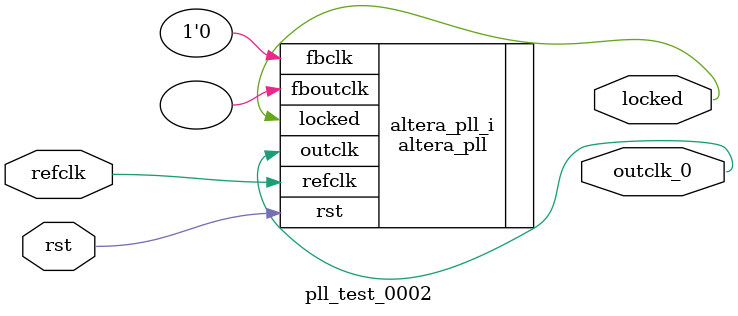
<source format=v>
`timescale 1ns/10ps
module  pll_test_0002(

  // interface 'refclk'
  input wire refclk,

  // interface 'reset'
  input wire rst,

  // interface 'outclk0'
  output wire outclk_0,

  // interface 'locked'
  output wire locked
);

  altera_pll #(
    .fractional_vco_multiplier("true"),
    .reference_clock_frequency("50.0 MHz"),
    .pll_fractional_cout(32),
    .pll_dsm_out_sel("1st_order"),
    .operation_mode("direct"),
    .number_of_clocks(1),
    .output_clock_frequency0("148.499999 MHz"),
    .phase_shift0("0 ps"),
    .duty_cycle0(50),
    .output_clock_frequency1("0 MHz"),
    .phase_shift1("0 ps"),
    .duty_cycle1(50),
    .output_clock_frequency2("0 MHz"),
    .phase_shift2("0 ps"),
    .duty_cycle2(50),
    .output_clock_frequency3("0 MHz"),
    .phase_shift3("0 ps"),
    .duty_cycle3(50),
    .output_clock_frequency4("0 MHz"),
    .phase_shift4("0 ps"),
    .duty_cycle4(50),
    .output_clock_frequency5("0 MHz"),
    .phase_shift5("0 ps"),
    .duty_cycle5(50),
    .output_clock_frequency6("0 MHz"),
    .phase_shift6("0 ps"),
    .duty_cycle6(50),
    .output_clock_frequency7("0 MHz"),
    .phase_shift7("0 ps"),
    .duty_cycle7(50),
    .output_clock_frequency8("0 MHz"),
    .phase_shift8("0 ps"),
    .duty_cycle8(50),
    .output_clock_frequency9("0 MHz"),
    .phase_shift9("0 ps"),
    .duty_cycle9(50),
    .output_clock_frequency10("0 MHz"),
    .phase_shift10("0 ps"),
    .duty_cycle10(50),
    .output_clock_frequency11("0 MHz"),
    .phase_shift11("0 ps"),
    .duty_cycle11(50),
    .output_clock_frequency12("0 MHz"),
    .phase_shift12("0 ps"),
    .duty_cycle12(50),
    .output_clock_frequency13("0 MHz"),
    .phase_shift13("0 ps"),
    .duty_cycle13(50),
    .output_clock_frequency14("0 MHz"),
    .phase_shift14("0 ps"),
    .duty_cycle14(50),
    .output_clock_frequency15("0 MHz"),
    .phase_shift15("0 ps"),
    .duty_cycle15(50),
    .output_clock_frequency16("0 MHz"),
    .phase_shift16("0 ps"),
    .duty_cycle16(50),
    .output_clock_frequency17("0 MHz"),
    .phase_shift17("0 ps"),
    .duty_cycle17(50),
    .pll_type("Cyclone V"),
    .pll_subtype("General"),
    .m_cnt_hi_div(4),
    .m_cnt_lo_div(4),
    .n_cnt_hi_div(256),
    .n_cnt_lo_div(256),
    .m_cnt_bypass_en("false"),
    .n_cnt_bypass_en("true"),
    .m_cnt_odd_div_duty_en("false"),
    .n_cnt_odd_div_duty_en("false"),
    .c_cnt_hi_div0(2),
    .c_cnt_lo_div0(1),
    .c_cnt_prst0(1),
    .c_cnt_ph_mux_prst0(0),
    .c_cnt_in_src0("ph_mux_clk"),
    .c_cnt_bypass_en0("false"),
    .c_cnt_odd_div_duty_en0("true"),
    .c_cnt_hi_div1(1),
    .c_cnt_lo_div1(1),
    .c_cnt_prst1(1),
    .c_cnt_ph_mux_prst1(0),
    .c_cnt_in_src1("ph_mux_clk"),
    .c_cnt_bypass_en1("true"),
    .c_cnt_odd_div_duty_en1("false"),
    .c_cnt_hi_div2(1),
    .c_cnt_lo_div2(1),
    .c_cnt_prst2(1),
    .c_cnt_ph_mux_prst2(0),
    .c_cnt_in_src2("ph_mux_clk"),
    .c_cnt_bypass_en2("true"),
    .c_cnt_odd_div_duty_en2("false"),
    .c_cnt_hi_div3(1),
    .c_cnt_lo_div3(1),
    .c_cnt_prst3(1),
    .c_cnt_ph_mux_prst3(0),
    .c_cnt_in_src3("ph_mux_clk"),
    .c_cnt_bypass_en3("true"),
    .c_cnt_odd_div_duty_en3("false"),
    .c_cnt_hi_div4(1),
    .c_cnt_lo_div4(1),
    .c_cnt_prst4(1),
    .c_cnt_ph_mux_prst4(0),
    .c_cnt_in_src4("ph_mux_clk"),
    .c_cnt_bypass_en4("true"),
    .c_cnt_odd_div_duty_en4("false"),
    .c_cnt_hi_div5(1),
    .c_cnt_lo_div5(1),
    .c_cnt_prst5(1),
    .c_cnt_ph_mux_prst5(0),
    .c_cnt_in_src5("ph_mux_clk"),
    .c_cnt_bypass_en5("true"),
    .c_cnt_odd_div_duty_en5("false"),
    .c_cnt_hi_div6(1),
    .c_cnt_lo_div6(1),
    .c_cnt_prst6(1),
    .c_cnt_ph_mux_prst6(0),
    .c_cnt_in_src6("ph_mux_clk"),
    .c_cnt_bypass_en6("true"),
    .c_cnt_odd_div_duty_en6("false"),
    .c_cnt_hi_div7(1),
    .c_cnt_lo_div7(1),
    .c_cnt_prst7(1),
    .c_cnt_ph_mux_prst7(0),
    .c_cnt_in_src7("ph_mux_clk"),
    .c_cnt_bypass_en7("true"),
    .c_cnt_odd_div_duty_en7("false"),
    .c_cnt_hi_div8(1),
    .c_cnt_lo_div8(1),
    .c_cnt_prst8(1),
    .c_cnt_ph_mux_prst8(0),
    .c_cnt_in_src8("ph_mux_clk"),
    .c_cnt_bypass_en8("true"),
    .c_cnt_odd_div_duty_en8("false"),
    .c_cnt_hi_div9(1),
    .c_cnt_lo_div9(1),
    .c_cnt_prst9(1),
    .c_cnt_ph_mux_prst9(0),
    .c_cnt_in_src9("ph_mux_clk"),
    .c_cnt_bypass_en9("true"),
    .c_cnt_odd_div_duty_en9("false"),
    .c_cnt_hi_div10(1),
    .c_cnt_lo_div10(1),
    .c_cnt_prst10(1),
    .c_cnt_ph_mux_prst10(0),
    .c_cnt_in_src10("ph_mux_clk"),
    .c_cnt_bypass_en10("true"),
    .c_cnt_odd_div_duty_en10("false"),
    .c_cnt_hi_div11(1),
    .c_cnt_lo_div11(1),
    .c_cnt_prst11(1),
    .c_cnt_ph_mux_prst11(0),
    .c_cnt_in_src11("ph_mux_clk"),
    .c_cnt_bypass_en11("true"),
    .c_cnt_odd_div_duty_en11("false"),
    .c_cnt_hi_div12(1),
    .c_cnt_lo_div12(1),
    .c_cnt_prst12(1),
    .c_cnt_ph_mux_prst12(0),
    .c_cnt_in_src12("ph_mux_clk"),
    .c_cnt_bypass_en12("true"),
    .c_cnt_odd_div_duty_en12("false"),
    .c_cnt_hi_div13(1),
    .c_cnt_lo_div13(1),
    .c_cnt_prst13(1),
    .c_cnt_ph_mux_prst13(0),
    .c_cnt_in_src13("ph_mux_clk"),
    .c_cnt_bypass_en13("true"),
    .c_cnt_odd_div_duty_en13("false"),
    .c_cnt_hi_div14(1),
    .c_cnt_lo_div14(1),
    .c_cnt_prst14(1),
    .c_cnt_ph_mux_prst14(0),
    .c_cnt_in_src14("ph_mux_clk"),
    .c_cnt_bypass_en14("true"),
    .c_cnt_odd_div_duty_en14("false"),
    .c_cnt_hi_div15(1),
    .c_cnt_lo_div15(1),
    .c_cnt_prst15(1),
    .c_cnt_ph_mux_prst15(0),
    .c_cnt_in_src15("ph_mux_clk"),
    .c_cnt_bypass_en15("true"),
    .c_cnt_odd_div_duty_en15("false"),
    .c_cnt_hi_div16(1),
    .c_cnt_lo_div16(1),
    .c_cnt_prst16(1),
    .c_cnt_ph_mux_prst16(0),
    .c_cnt_in_src16("ph_mux_clk"),
    .c_cnt_bypass_en16("true"),
    .c_cnt_odd_div_duty_en16("false"),
    .c_cnt_hi_div17(1),
    .c_cnt_lo_div17(1),
    .c_cnt_prst17(1),
    .c_cnt_ph_mux_prst17(0),
    .c_cnt_in_src17("ph_mux_clk"),
    .c_cnt_bypass_en17("true"),
    .c_cnt_odd_div_duty_en17("false"),
    .pll_vco_div(2),
    .pll_cp_current(30),
    .pll_bwctrl(2000),
    .pll_output_clk_frequency("445.499997 MHz"),
    .pll_fractional_division("3908420153"),
    .mimic_fbclk_type("none"),
    .pll_fbclk_mux_1("glb"),
    .pll_fbclk_mux_2("m_cnt"),
    .pll_m_cnt_in_src("ph_mux_clk"),
    .pll_slf_rst("false")
  ) altera_pll_i (
    .rst  (rst),
    .outclk  ({outclk_0}),
    .locked  (locked),
    .fboutclk  ( ),
    .fbclk  (1'b0),
    .refclk  (refclk)
  );
endmodule

</source>
